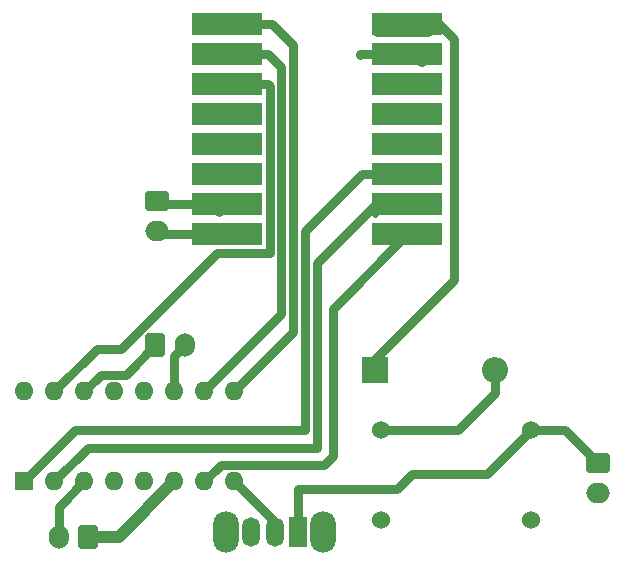
<source format=gtl>
%TF.GenerationSoftware,KiCad,Pcbnew,8.0.8*%
%TF.CreationDate,2025-02-13T17:08:11+01:00*%
%TF.ProjectId,Robot,526f626f-742e-46b6-9963-61645f706362,rev?*%
%TF.SameCoordinates,Original*%
%TF.FileFunction,Copper,L1,Top*%
%TF.FilePolarity,Positive*%
%FSLAX46Y46*%
G04 Gerber Fmt 4.6, Leading zero omitted, Abs format (unit mm)*
G04 Created by KiCad (PCBNEW 8.0.8) date 2025-02-13 17:08:11*
%MOMM*%
%LPD*%
G01*
G04 APERTURE LIST*
G04 Aperture macros list*
%AMRoundRect*
0 Rectangle with rounded corners*
0 $1 Rounding radius*
0 $2 $3 $4 $5 $6 $7 $8 $9 X,Y pos of 4 corners*
0 Add a 4 corners polygon primitive as box body*
4,1,4,$2,$3,$4,$5,$6,$7,$8,$9,$2,$3,0*
0 Add four circle primitives for the rounded corners*
1,1,$1+$1,$2,$3*
1,1,$1+$1,$4,$5*
1,1,$1+$1,$6,$7*
1,1,$1+$1,$8,$9*
0 Add four rect primitives between the rounded corners*
20,1,$1+$1,$2,$3,$4,$5,0*
20,1,$1+$1,$4,$5,$6,$7,0*
20,1,$1+$1,$6,$7,$8,$9,0*
20,1,$1+$1,$8,$9,$2,$3,0*%
G04 Aperture macros list end*
%TA.AperFunction,ComponentPad*%
%ADD10R,1.600000X1.600000*%
%TD*%
%TA.AperFunction,ComponentPad*%
%ADD11O,1.600000X1.600000*%
%TD*%
%TA.AperFunction,ComponentPad*%
%ADD12RoundRect,0.250000X0.600000X0.750000X-0.600000X0.750000X-0.600000X-0.750000X0.600000X-0.750000X0*%
%TD*%
%TA.AperFunction,ComponentPad*%
%ADD13O,1.700000X2.000000*%
%TD*%
%TA.AperFunction,ComponentPad*%
%ADD14R,2.200000X2.200000*%
%TD*%
%TA.AperFunction,ComponentPad*%
%ADD15O,2.200000X2.200000*%
%TD*%
%TA.AperFunction,ComponentPad*%
%ADD16RoundRect,0.250000X-0.600000X-0.750000X0.600000X-0.750000X0.600000X0.750000X-0.600000X0.750000X0*%
%TD*%
%TA.AperFunction,ComponentPad*%
%ADD17RoundRect,0.250000X-0.750000X0.600000X-0.750000X-0.600000X0.750000X-0.600000X0.750000X0.600000X0*%
%TD*%
%TA.AperFunction,ComponentPad*%
%ADD18O,2.000000X1.700000*%
%TD*%
%TA.AperFunction,ComponentPad*%
%ADD19C,1.524000*%
%TD*%
%TA.AperFunction,SMDPad,CuDef*%
%ADD20R,6.000000X1.905000*%
%TD*%
%TA.AperFunction,ComponentPad*%
%ADD21O,2.200000X3.500000*%
%TD*%
%TA.AperFunction,ComponentPad*%
%ADD22R,1.500000X2.500000*%
%TD*%
%TA.AperFunction,ComponentPad*%
%ADD23O,1.500000X2.500000*%
%TD*%
%TA.AperFunction,ViaPad*%
%ADD24C,0.600000*%
%TD*%
%TA.AperFunction,Conductor*%
%ADD25C,0.800000*%
%TD*%
%TA.AperFunction,Conductor*%
%ADD26C,0.600000*%
%TD*%
%TA.AperFunction,Conductor*%
%ADD27C,1.000000*%
%TD*%
G04 APERTURE END LIST*
D10*
%TO.P,U2,1,EN1\u002C2*%
%TO.N,Net-(U1-GPIO2)*%
X79400000Y-145054314D03*
D11*
%TO.P,U2,2,1A*%
%TO.N,Net-(U1-GPIO1)*%
X81940000Y-145054314D03*
%TO.P,U2,3,1Y*%
%TO.N,Net-(J4-Pin_2)*%
X84480000Y-145054314D03*
%TO.P,U2,4,GND*%
%TO.N,GND*%
X87020000Y-145054314D03*
%TO.P,U2,5,GND*%
X89560000Y-145054314D03*
%TO.P,U2,6,2Y*%
%TO.N,Net-(J4-Pin_1)*%
X92100000Y-145054314D03*
%TO.P,U2,7,2A*%
%TO.N,Net-(U1-GPIO0)*%
X94640000Y-145054314D03*
%TO.P,U2,8,VCC2*%
%TO.N,Net-(SW1A-B)*%
X97180000Y-145054314D03*
%TO.P,U2,9,EN3\u002C4*%
%TO.N,Net-(U1-GPIO5)*%
X97180000Y-137434314D03*
%TO.P,U2,10,3A*%
%TO.N,Net-(U1-GPIO6)*%
X94640000Y-137434314D03*
%TO.P,U2,11,3Y*%
%TO.N,Net-(J3-Pin_2)*%
X92100000Y-137434314D03*
%TO.P,U2,12,GND*%
%TO.N,unconnected-(U2-GND-Pad12)*%
X89560000Y-137434314D03*
%TO.P,U2,13,GND*%
%TO.N,unconnected-(U2-GND-Pad13)*%
X87020000Y-137434314D03*
%TO.P,U2,14,4Y*%
%TO.N,Net-(J3-Pin_1)*%
X84480000Y-137434314D03*
%TO.P,U2,15,4A*%
%TO.N,Net-(U1-GPIO7)*%
X81940000Y-137434314D03*
%TO.P,U2,16,VCC1*%
%TO.N,Net-(D1-K)*%
X79400000Y-137434314D03*
%TD*%
D12*
%TO.P,J4,1,Pin_1*%
%TO.N,Net-(J4-Pin_1)*%
X84800000Y-149734314D03*
D13*
%TO.P,J4,2,Pin_2*%
%TO.N,Net-(J4-Pin_2)*%
X82300000Y-149734314D03*
%TD*%
D14*
%TO.P,D1,1,K*%
%TO.N,Net-(D1-K)*%
X109120000Y-135634314D03*
D15*
%TO.P,D1,2,A*%
%TO.N,Net-(D1-A)*%
X119280000Y-135634314D03*
%TD*%
D16*
%TO.P,J3,1,Pin_1*%
%TO.N,Net-(J3-Pin_1)*%
X90500000Y-133534314D03*
D13*
%TO.P,J3,2,Pin_2*%
%TO.N,Net-(J3-Pin_2)*%
X93000000Y-133534314D03*
%TD*%
D17*
%TO.P,J5,1,Pin_1*%
%TO.N,Net-(J5-Pin_1)*%
X128000000Y-143534314D03*
D18*
%TO.P,J5,2,Pin_2*%
%TO.N,GND*%
X128000000Y-146034314D03*
%TD*%
D17*
%TO.P,J2,1,Pin_1*%
%TO.N,Net-(J2-Pin_1)*%
X90600000Y-121334314D03*
D18*
%TO.P,J2,2,Pin_2*%
%TO.N,Net-(J2-Pin_2)*%
X90600000Y-123834314D03*
%TD*%
D19*
%TO.P,U4,1,+VIN*%
%TO.N,Net-(J5-Pin_1)*%
X122300000Y-140714314D03*
%TO.P,U4,2,GND*%
%TO.N,GND*%
X122300000Y-148334314D03*
%TO.P,U4,3,+VOUT*%
%TO.N,Net-(D1-A)*%
X109600000Y-140714314D03*
%TO.P,U4,4,GND*%
%TO.N,GND*%
X109600000Y-148334314D03*
%TD*%
D20*
%TO.P,U1,0,GPIO0*%
%TO.N,Net-(U1-GPIO0)*%
X111800000Y-124134314D03*
%TO.P,U1,1,GPIO1*%
%TO.N,Net-(U1-GPIO1)*%
X111800000Y-121594314D03*
%TO.P,U1,2,GPIO2*%
%TO.N,Net-(U1-GPIO2)*%
X111800000Y-119054314D03*
%TO.P,U1,3,GPIO3*%
%TO.N,unconnected-(U1-GPIO3-Pad3)*%
X111800000Y-116514314D03*
%TO.P,U1,3.3,3V3*%
%TO.N,Net-(U1-3V3)*%
X111800000Y-111434314D03*
%TO.P,U1,4,GPIO4*%
%TO.N,unconnected-(U1-GPIO4-Pad4)*%
X111800000Y-113974314D03*
%TO.P,U1,5,GPIO5*%
%TO.N,Net-(U1-GPIO5)*%
X96560000Y-106354314D03*
%TO.P,U1,5V,5V*%
%TO.N,Net-(D1-K)*%
X111800000Y-106354314D03*
%TO.P,U1,6,GPIO6*%
%TO.N,Net-(U1-GPIO6)*%
X96560000Y-108894314D03*
%TO.P,U1,7,GPIO7*%
%TO.N,Net-(U1-GPIO7)*%
X96560000Y-111434314D03*
%TO.P,U1,8,GPIO8*%
%TO.N,unconnected-(U1-GPIO8-Pad8)*%
X96560000Y-113974314D03*
%TO.P,U1,9,GPIO9*%
%TO.N,unconnected-(U1-GPIO9-Pad9)*%
X96560000Y-116514314D03*
%TO.P,U1,10,GPIO10*%
%TO.N,unconnected-(U1-GPIO10-Pad10)*%
X96560000Y-119054314D03*
%TO.P,U1,20,GPIO20*%
%TO.N,Net-(J2-Pin_1)*%
X96560000Y-121594314D03*
%TO.P,U1,21,GPIO21*%
%TO.N,Net-(J2-Pin_2)*%
X96560000Y-124134314D03*
%TO.P,U1,G,GND*%
%TO.N,GND*%
X111800000Y-108894314D03*
%TD*%
D21*
%TO.P,SW1,*%
%TO.N,*%
X104700000Y-149334314D03*
X96500000Y-149334314D03*
D22*
%TO.P,SW1,1,A*%
%TO.N,Net-(J5-Pin_1)*%
X102600000Y-149334314D03*
D23*
%TO.P,SW1,2,B*%
%TO.N,Net-(SW1A-B)*%
X100600000Y-149334314D03*
%TO.P,SW1,3,C*%
%TO.N,unconnected-(SW1A-C-Pad3)*%
X98600000Y-149334314D03*
%TD*%
D24*
%TO.N,GND*%
X107800000Y-108934314D03*
%TD*%
D25*
%TO.N,Net-(U1-GPIO7)*%
X85540000Y-133834314D02*
X87600000Y-133834314D01*
D26*
X96512500Y-112014314D02*
X94100000Y-112014314D01*
D25*
X100160000Y-111594314D02*
X100000000Y-111434314D01*
X100160000Y-125686814D02*
X100160000Y-111594314D01*
X100000000Y-111434314D02*
X96560000Y-111434314D01*
X87600000Y-133834314D02*
X95747500Y-125686814D01*
X95747500Y-125686814D02*
X100160000Y-125686814D01*
X81940000Y-137434314D02*
X85540000Y-133834314D01*
%TO.N,Net-(U1-GPIO2)*%
X103200000Y-140734314D02*
X83720000Y-140734314D01*
X108000000Y-119054314D02*
X103200000Y-123854314D01*
D26*
X109520000Y-118934314D02*
X109720000Y-118734314D01*
D25*
X103200000Y-123854314D02*
X103200000Y-140734314D01*
X111800000Y-119054314D02*
X108000000Y-119054314D01*
X83720000Y-140734314D02*
X79400000Y-145054314D01*
D26*
%TO.N,Net-(U1-GPIO1)*%
X109340000Y-122174314D02*
X109340000Y-122194314D01*
X109340000Y-122194314D02*
X109100000Y-122434314D01*
D25*
X84760000Y-142234314D02*
X104200000Y-142234314D01*
X104200000Y-142234314D02*
X104200000Y-126581814D01*
X81940000Y-145054314D02*
X84760000Y-142234314D01*
X104200000Y-126581814D02*
X109187500Y-121594314D01*
X109187500Y-121594314D02*
X111800000Y-121594314D01*
%TO.N,Net-(U1-GPIO0)*%
X94640000Y-145054314D02*
X96040000Y-143654314D01*
X105500000Y-142934314D02*
X105500000Y-130434314D01*
X105500000Y-130434314D02*
X111800000Y-124134314D01*
X96040000Y-143654314D02*
X104780000Y-143654314D01*
X104780000Y-143654314D02*
X105500000Y-142934314D01*
D26*
%TO.N,Net-(U1-GPIO5)*%
X94100000Y-106934314D02*
X97100000Y-106934314D01*
D25*
X97180000Y-137434314D02*
X102160000Y-132454314D01*
X102160000Y-108154314D02*
X100360000Y-106354314D01*
X102160000Y-132454314D02*
X102160000Y-108154314D01*
X100360000Y-106354314D02*
X96560000Y-106354314D01*
%TO.N,Net-(U1-GPIO6)*%
X100060000Y-108894314D02*
X96560000Y-108894314D01*
X101160000Y-130914314D02*
X101160000Y-109994314D01*
D26*
X94100000Y-109474314D02*
X96512500Y-109474314D01*
D25*
X101160000Y-109994314D02*
X100060000Y-108894314D01*
X94640000Y-137434314D02*
X101160000Y-130914314D01*
D27*
%TO.N,GND*%
X113060000Y-109474314D02*
X113100000Y-109434314D01*
D25*
X111800000Y-108894314D02*
X107840000Y-108894314D01*
X107840000Y-108894314D02*
X107800000Y-108934314D01*
X122300000Y-148234314D02*
X122400000Y-148334314D01*
%TO.N,Net-(J3-Pin_2)*%
X92100000Y-134434314D02*
X93000000Y-133534314D01*
X92100000Y-137434314D02*
X92100000Y-134434314D01*
D26*
%TO.N,Net-(J2-Pin_2)*%
X95970000Y-123804314D02*
X95980000Y-123814314D01*
D25*
X96560000Y-124134314D02*
X90900000Y-124134314D01*
D26*
X95150000Y-123804314D02*
X95160000Y-123814314D01*
D25*
X90900000Y-124134314D02*
X90600000Y-123834314D01*
D26*
%TO.N,Net-(J2-Pin_1)*%
X95150000Y-121264314D02*
X95160000Y-121274314D01*
X95970000Y-121264314D02*
X95980000Y-121274314D01*
D25*
X96560000Y-121594314D02*
X90860000Y-121594314D01*
X90860000Y-121594314D02*
X90600000Y-121334314D01*
X95920000Y-122234314D02*
X96560000Y-121594314D01*
%TO.N,Net-(J3-Pin_1)*%
X85880000Y-136034314D02*
X88000000Y-136034314D01*
X88000000Y-136034314D02*
X90500000Y-133534314D01*
X84480000Y-137434314D02*
X85880000Y-136034314D01*
D27*
%TO.N,Net-(J4-Pin_1)*%
X84800000Y-149734314D02*
X87420000Y-149734314D01*
X87420000Y-149734314D02*
X92100000Y-145054314D01*
D25*
%TO.N,Net-(D1-K)*%
X111800000Y-106354314D02*
X114520000Y-106354314D01*
D27*
X109340000Y-106934314D02*
X113600000Y-106934314D01*
D26*
X109620000Y-105934314D02*
X109720000Y-106034314D01*
D25*
X115800000Y-128034314D02*
X109120000Y-134714314D01*
X114520000Y-106354314D02*
X115800000Y-107634314D01*
X115800000Y-107634314D02*
X115800000Y-128034314D01*
X109120000Y-134714314D02*
X109120000Y-135634314D01*
%TO.N,Net-(J5-Pin_1)*%
X102600000Y-145684314D02*
X110950000Y-145684314D01*
X110950000Y-145684314D02*
X112200000Y-144434314D01*
X125180000Y-140714314D02*
X128000000Y-143534314D01*
X112200000Y-144434314D02*
X118580000Y-144434314D01*
X102600000Y-145684314D02*
X102600000Y-149334314D01*
X122300000Y-140714314D02*
X125180000Y-140714314D01*
X118580000Y-144434314D02*
X122300000Y-140714314D01*
%TO.N,Net-(J4-Pin_2)*%
X82300000Y-149734314D02*
X82300000Y-147234314D01*
X82300000Y-147234314D02*
X84480000Y-145054314D01*
%TO.N,Net-(D1-A)*%
X109600000Y-140714314D02*
X116120000Y-140714314D01*
X116120000Y-140714314D02*
X119280000Y-137554314D01*
X119280000Y-137554314D02*
X119280000Y-135634314D01*
%TO.N,Net-(SW1A-B)*%
X100600000Y-148474314D02*
X100600000Y-149334314D01*
X97180000Y-145054314D02*
X100600000Y-148474314D01*
%TD*%
M02*

</source>
